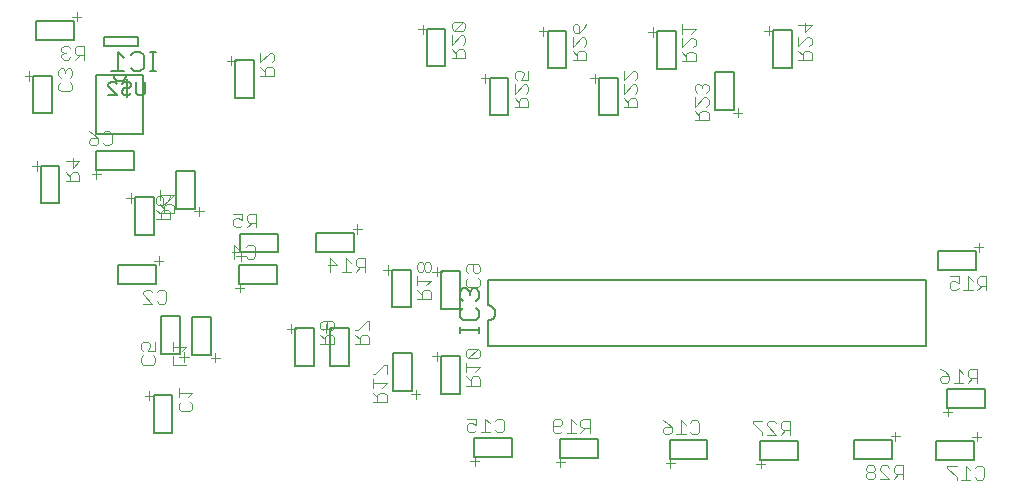
<source format=gbr>
G04 EAGLE Gerber RS-274X export*
G75*
%MOMM*%
%FSLAX34Y34*%
%LPD*%
%INSilkscreen Bottom*%
%IPPOS*%
%AMOC8*
5,1,8,0,0,1.08239X$1,22.5*%
G01*
%ADD10C,0.127000*%
%ADD11C,0.101600*%
%ADD12C,0.203200*%
%ADD13C,0.152400*%
%ADD14C,0.177800*%


D10*
X283000Y431500D02*
X267000Y431500D01*
X267000Y463500D01*
X283000Y463500D01*
X283000Y431500D01*
D11*
X263575Y459174D02*
X263575Y466970D01*
X267473Y463072D02*
X259677Y463072D01*
X297953Y457816D02*
X299902Y455867D01*
X299902Y451969D01*
X297953Y450020D01*
X290157Y450020D01*
X288208Y451969D01*
X288208Y455867D01*
X290157Y457816D01*
X296004Y461714D02*
X299902Y465612D01*
X288208Y465612D01*
X288208Y461714D02*
X288208Y469510D01*
D10*
X570500Y427000D02*
X570500Y411000D01*
X538500Y411000D01*
X538500Y427000D01*
X570500Y427000D01*
D11*
X542826Y407575D02*
X535030Y407575D01*
X538928Y411473D02*
X538928Y403677D01*
X555878Y441953D02*
X557827Y443902D01*
X561725Y443902D01*
X563674Y441953D01*
X563674Y434157D01*
X561725Y432208D01*
X557827Y432208D01*
X555878Y434157D01*
X551980Y440004D02*
X548082Y443902D01*
X548082Y432208D01*
X551980Y432208D02*
X544184Y432208D01*
X540286Y443902D02*
X532490Y443902D01*
X540286Y443902D02*
X540286Y438055D01*
X536388Y440004D01*
X534439Y440004D01*
X532490Y438055D01*
X532490Y434157D01*
X534439Y432208D01*
X538337Y432208D01*
X540286Y434157D01*
D10*
X736000Y425500D02*
X736000Y409500D01*
X704000Y409500D01*
X704000Y425500D01*
X736000Y425500D01*
D11*
X708326Y406075D02*
X700530Y406075D01*
X704428Y409973D02*
X704428Y402177D01*
X721378Y440453D02*
X723327Y442402D01*
X727225Y442402D01*
X729174Y440453D01*
X729174Y432657D01*
X727225Y430708D01*
X723327Y430708D01*
X721378Y432657D01*
X717480Y438504D02*
X713582Y442402D01*
X713582Y430708D01*
X717480Y430708D02*
X709684Y430708D01*
X701888Y440453D02*
X697990Y442402D01*
X701888Y440453D02*
X705786Y436555D01*
X705786Y432657D01*
X703837Y430708D01*
X699939Y430708D01*
X697990Y432657D01*
X697990Y434606D01*
X699939Y436555D01*
X705786Y436555D01*
D10*
X929500Y425000D02*
X929500Y409000D01*
X929500Y425000D02*
X961500Y425000D01*
X961500Y409000D01*
X929500Y409000D01*
D11*
X960056Y428435D02*
X967852Y428435D01*
X963954Y432333D02*
X963954Y424537D01*
X964545Y403802D02*
X962596Y401853D01*
X964545Y403802D02*
X968443Y403802D01*
X970392Y401853D01*
X970392Y394057D01*
X968443Y392108D01*
X964545Y392108D01*
X962596Y394057D01*
X958698Y399904D02*
X954800Y403802D01*
X954800Y392108D01*
X958698Y392108D02*
X950902Y392108D01*
X947004Y403802D02*
X939208Y403802D01*
X939208Y401853D01*
X947004Y394057D01*
X947004Y392108D01*
D10*
X236900Y558150D02*
X236900Y574150D01*
X268900Y574150D01*
X268900Y558150D01*
X236900Y558150D01*
D11*
X267456Y577585D02*
X275252Y577585D01*
X271354Y581483D02*
X271354Y573687D01*
X271945Y552952D02*
X269996Y551003D01*
X271945Y552952D02*
X275843Y552952D01*
X277792Y551003D01*
X277792Y543207D01*
X275843Y541258D01*
X271945Y541258D01*
X269996Y543207D01*
X266098Y541258D02*
X258302Y541258D01*
X266098Y541258D02*
X258302Y549054D01*
X258302Y551003D01*
X260251Y552952D01*
X264149Y552952D01*
X266098Y551003D01*
D10*
X181250Y702300D02*
X165250Y702300D01*
X165250Y734300D01*
X181250Y734300D01*
X181250Y702300D01*
D11*
X161825Y729974D02*
X161825Y737770D01*
X165723Y733872D02*
X157927Y733872D01*
X196203Y728616D02*
X198152Y726667D01*
X198152Y722769D01*
X196203Y720820D01*
X188407Y720820D01*
X186458Y722769D01*
X186458Y726667D01*
X188407Y728616D01*
X196203Y732514D02*
X198152Y734463D01*
X198152Y738361D01*
X196203Y740310D01*
X194254Y740310D01*
X192305Y738361D01*
X192305Y736412D01*
X192305Y738361D02*
X190356Y740310D01*
X188407Y740310D01*
X186458Y738361D01*
X186458Y734463D01*
X188407Y732514D01*
D10*
X371500Y574150D02*
X371500Y558150D01*
X339500Y558150D01*
X339500Y574150D01*
X371500Y574150D01*
D11*
X343826Y554725D02*
X336030Y554725D01*
X339928Y558623D02*
X339928Y550827D01*
X345184Y589103D02*
X347133Y591052D01*
X351031Y591052D01*
X352980Y589103D01*
X352980Y581307D01*
X351031Y579358D01*
X347133Y579358D01*
X345184Y581307D01*
X335439Y579358D02*
X335439Y591052D01*
X341286Y585205D01*
X333490Y585205D01*
D10*
X289400Y530350D02*
X273400Y530350D01*
X289400Y530350D02*
X289400Y498350D01*
X273400Y498350D01*
X273400Y530350D01*
D11*
X292835Y499794D02*
X292835Y491998D01*
X296733Y495896D02*
X288937Y495896D01*
X268202Y495305D02*
X266253Y497254D01*
X268202Y495305D02*
X268202Y491407D01*
X266253Y489458D01*
X258457Y489458D01*
X256508Y491407D01*
X256508Y495305D01*
X258457Y497254D01*
X268202Y501152D02*
X268202Y508948D01*
X268202Y501152D02*
X262355Y501152D01*
X264304Y505050D01*
X264304Y506999D01*
X262355Y508948D01*
X258457Y508948D01*
X256508Y506999D01*
X256508Y503101D01*
X258457Y501152D01*
D10*
X250200Y654150D02*
X250200Y670150D01*
X250200Y654150D02*
X218200Y654150D01*
X218200Y670150D01*
X250200Y670150D01*
D11*
X222526Y650725D02*
X214730Y650725D01*
X218628Y654623D02*
X218628Y646827D01*
X223884Y685103D02*
X225833Y687052D01*
X229731Y687052D01*
X231680Y685103D01*
X231680Y677307D01*
X229731Y675358D01*
X225833Y675358D01*
X223884Y677307D01*
X216088Y685103D02*
X212190Y687052D01*
X216088Y685103D02*
X219986Y681205D01*
X219986Y677307D01*
X218037Y675358D01*
X214139Y675358D01*
X212190Y677307D01*
X212190Y679256D01*
X214139Y681205D01*
X219986Y681205D01*
D10*
X510500Y536500D02*
X526500Y536500D01*
X510500Y536500D02*
X510500Y568500D01*
X526500Y568500D01*
X526500Y536500D01*
D11*
X507075Y564174D02*
X507075Y571970D01*
X510973Y568072D02*
X503177Y568072D01*
X541453Y562816D02*
X543402Y560867D01*
X543402Y556969D01*
X541453Y555020D01*
X533657Y555020D01*
X531708Y556969D01*
X531708Y560867D01*
X533657Y562816D01*
X533657Y566714D02*
X531708Y568663D01*
X531708Y572561D01*
X533657Y574510D01*
X541453Y574510D01*
X543402Y572561D01*
X543402Y568663D01*
X541453Y566714D01*
X539504Y566714D01*
X537555Y568663D01*
X537555Y574510D01*
D12*
X243580Y734493D02*
X243578Y734352D01*
X243572Y734211D01*
X243562Y734070D01*
X243549Y733929D01*
X243531Y733789D01*
X243509Y733650D01*
X243484Y733511D01*
X243455Y733372D01*
X243422Y733235D01*
X243385Y733099D01*
X243344Y732964D01*
X243300Y732829D01*
X243252Y732697D01*
X243200Y732565D01*
X243145Y732435D01*
X243086Y732307D01*
X243023Y732180D01*
X242957Y732056D01*
X242888Y731933D01*
X242815Y731812D01*
X242739Y731693D01*
X242659Y731576D01*
X242576Y731462D01*
X242491Y731349D01*
X242402Y731240D01*
X242310Y731132D01*
X242215Y731028D01*
X242117Y730926D01*
X242016Y730827D01*
X241913Y730730D01*
X241807Y730637D01*
X241699Y730547D01*
X241588Y730459D01*
X241475Y730375D01*
X241359Y730294D01*
X241241Y730216D01*
X241121Y730141D01*
X240999Y730070D01*
X240875Y730002D01*
X240749Y729938D01*
X240622Y729877D01*
X240493Y729820D01*
X240362Y729767D01*
X240230Y729717D01*
X240097Y729670D01*
X239962Y729628D01*
X239826Y729589D01*
X239689Y729554D01*
X239552Y729523D01*
X239413Y729496D01*
X239274Y729472D01*
X239134Y729453D01*
X238994Y729437D01*
X238853Y729425D01*
X238712Y729417D01*
X238571Y729413D01*
X238429Y729413D01*
X238288Y729417D01*
X238147Y729425D01*
X238006Y729437D01*
X237866Y729453D01*
X237726Y729472D01*
X237587Y729496D01*
X237448Y729523D01*
X237311Y729554D01*
X237174Y729589D01*
X237038Y729628D01*
X236903Y729670D01*
X236770Y729717D01*
X236638Y729767D01*
X236507Y729820D01*
X236378Y729877D01*
X236251Y729938D01*
X236125Y730002D01*
X236001Y730070D01*
X235879Y730141D01*
X235759Y730216D01*
X235641Y730294D01*
X235525Y730375D01*
X235412Y730459D01*
X235301Y730547D01*
X235193Y730637D01*
X235087Y730730D01*
X234984Y730827D01*
X234883Y730926D01*
X234785Y731028D01*
X234690Y731132D01*
X234598Y731240D01*
X234509Y731349D01*
X234424Y731462D01*
X234341Y731576D01*
X234261Y731693D01*
X234185Y731812D01*
X234112Y731933D01*
X234043Y732056D01*
X233977Y732180D01*
X233914Y732307D01*
X233855Y732435D01*
X233800Y732565D01*
X233748Y732697D01*
X233700Y732829D01*
X233656Y732964D01*
X233615Y733099D01*
X233578Y733235D01*
X233545Y733372D01*
X233516Y733511D01*
X233491Y733650D01*
X233469Y733789D01*
X233451Y733929D01*
X233438Y734070D01*
X233428Y734211D01*
X233422Y734352D01*
X233420Y734493D01*
X218587Y684507D02*
X258413Y684507D01*
X218587Y684507D02*
X218587Y734493D01*
X258413Y734493D01*
X258413Y684507D01*
D13*
X264065Y738202D02*
X269488Y738202D01*
X266776Y738202D02*
X266776Y754472D01*
X264065Y754472D02*
X269488Y754472D01*
X250439Y754472D02*
X247727Y751760D01*
X250439Y754472D02*
X255862Y754472D01*
X258574Y751760D01*
X258574Y740914D01*
X255862Y738202D01*
X250439Y738202D01*
X247727Y740914D01*
X242202Y749049D02*
X236779Y754472D01*
X236779Y738202D01*
X242202Y738202D02*
X231355Y738202D01*
X550080Y561440D02*
X550080Y539850D01*
X550238Y539848D01*
X550397Y539842D01*
X550555Y539832D01*
X550712Y539818D01*
X550870Y539801D01*
X551026Y539779D01*
X551183Y539754D01*
X551338Y539724D01*
X551493Y539691D01*
X551647Y539654D01*
X551800Y539613D01*
X551952Y539568D01*
X552102Y539519D01*
X552252Y539467D01*
X552400Y539411D01*
X552547Y539351D01*
X552692Y539288D01*
X552835Y539221D01*
X552977Y539151D01*
X553117Y539077D01*
X553255Y538999D01*
X553391Y538918D01*
X553525Y538834D01*
X553657Y538747D01*
X553787Y538656D01*
X553914Y538562D01*
X554039Y538465D01*
X554162Y538364D01*
X554282Y538261D01*
X554399Y538155D01*
X554514Y538046D01*
X554626Y537934D01*
X554735Y537819D01*
X554841Y537702D01*
X554944Y537582D01*
X555045Y537459D01*
X555142Y537334D01*
X555236Y537207D01*
X555327Y537077D01*
X555414Y536945D01*
X555498Y536811D01*
X555579Y536675D01*
X555657Y536537D01*
X555731Y536397D01*
X555801Y536255D01*
X555868Y536112D01*
X555931Y535967D01*
X555991Y535820D01*
X556047Y535672D01*
X556099Y535522D01*
X556148Y535372D01*
X556193Y535220D01*
X556234Y535067D01*
X556271Y534913D01*
X556304Y534758D01*
X556334Y534603D01*
X556359Y534446D01*
X556381Y534290D01*
X556398Y534132D01*
X556412Y533975D01*
X556422Y533817D01*
X556428Y533658D01*
X556430Y533500D01*
X556428Y533342D01*
X556422Y533183D01*
X556412Y533025D01*
X556398Y532868D01*
X556381Y532710D01*
X556359Y532554D01*
X556334Y532397D01*
X556304Y532242D01*
X556271Y532087D01*
X556234Y531933D01*
X556193Y531780D01*
X556148Y531628D01*
X556099Y531478D01*
X556047Y531328D01*
X555991Y531180D01*
X555931Y531033D01*
X555868Y530888D01*
X555801Y530745D01*
X555731Y530603D01*
X555657Y530463D01*
X555579Y530325D01*
X555498Y530189D01*
X555414Y530055D01*
X555327Y529923D01*
X555236Y529793D01*
X555142Y529666D01*
X555045Y529541D01*
X554944Y529418D01*
X554841Y529298D01*
X554735Y529181D01*
X554626Y529066D01*
X554514Y528954D01*
X554399Y528845D01*
X554282Y528739D01*
X554162Y528636D01*
X554039Y528535D01*
X553914Y528438D01*
X553787Y528344D01*
X553657Y528253D01*
X553525Y528166D01*
X553391Y528082D01*
X553255Y528001D01*
X553117Y527923D01*
X552977Y527849D01*
X552835Y527779D01*
X552692Y527712D01*
X552547Y527649D01*
X552400Y527589D01*
X552252Y527533D01*
X552102Y527481D01*
X551952Y527432D01*
X551800Y527387D01*
X551647Y527346D01*
X551493Y527309D01*
X551338Y527276D01*
X551183Y527246D01*
X551026Y527221D01*
X550870Y527199D01*
X550712Y527182D01*
X550555Y527168D01*
X550397Y527158D01*
X550238Y527152D01*
X550080Y527150D01*
X550080Y561440D02*
X920920Y561440D01*
X550080Y527150D02*
X550080Y505560D01*
X920920Y505560D01*
X920920Y561440D01*
D14*
X526585Y521470D02*
X526585Y516131D01*
X526585Y518801D02*
X542601Y518801D01*
X542601Y521470D02*
X542601Y516131D01*
X542601Y535054D02*
X539931Y537723D01*
X542601Y535054D02*
X542601Y529715D01*
X539931Y527046D01*
X529254Y527046D01*
X526585Y529715D01*
X526585Y535054D01*
X529254Y537723D01*
X539931Y543417D02*
X542601Y546087D01*
X542601Y551425D01*
X539931Y554095D01*
X537262Y554095D01*
X534593Y551425D01*
X534593Y548756D01*
X534593Y551425D02*
X531924Y554095D01*
X529254Y554095D01*
X526585Y551425D01*
X526585Y546087D01*
X529254Y543417D01*
D10*
X316000Y530000D02*
X300000Y530000D01*
X316000Y530000D02*
X316000Y498000D01*
X300000Y498000D01*
X300000Y530000D01*
D11*
X319435Y499444D02*
X319435Y491648D01*
X323333Y495546D02*
X315537Y495546D01*
X294802Y489108D02*
X283108Y489108D01*
X283108Y496904D01*
X290904Y500802D02*
X294802Y504700D01*
X283108Y504700D01*
X283108Y500802D02*
X283108Y508598D01*
D10*
X267100Y599100D02*
X251100Y599100D01*
X251100Y631100D01*
X267100Y631100D01*
X267100Y599100D01*
D11*
X247675Y626774D02*
X247675Y634570D01*
X251573Y630672D02*
X243777Y630672D01*
X272308Y617620D02*
X284002Y617620D01*
X284002Y623467D01*
X282053Y625416D01*
X278155Y625416D01*
X276206Y623467D01*
X276206Y617620D01*
X276206Y621518D02*
X272308Y625416D01*
X280104Y629314D02*
X284002Y633212D01*
X272308Y633212D01*
X272308Y629314D02*
X272308Y637110D01*
D10*
X510500Y465000D02*
X526500Y465000D01*
X510500Y465000D02*
X510500Y497000D01*
X526500Y497000D01*
X526500Y465000D01*
D11*
X507075Y492674D02*
X507075Y500470D01*
X510973Y496572D02*
X503177Y496572D01*
X531708Y471826D02*
X543402Y471826D01*
X543402Y477673D01*
X541453Y479622D01*
X537555Y479622D01*
X535606Y477673D01*
X535606Y471826D01*
X535606Y475724D02*
X531708Y479622D01*
X539504Y483520D02*
X543402Y487418D01*
X531708Y487418D01*
X531708Y483520D02*
X531708Y491316D01*
X533657Y495214D02*
X541453Y495214D01*
X543402Y497163D01*
X543402Y501061D01*
X541453Y503010D01*
X533657Y503010D01*
X531708Y501061D01*
X531708Y497163D01*
X533657Y495214D01*
X541453Y503010D01*
D10*
X405000Y585000D02*
X405000Y601000D01*
X437000Y601000D01*
X437000Y585000D01*
X405000Y585000D01*
D11*
X435556Y604435D02*
X443352Y604435D01*
X439454Y608333D02*
X439454Y600537D01*
X445892Y579802D02*
X445892Y568108D01*
X445892Y579802D02*
X440045Y579802D01*
X438096Y577853D01*
X438096Y573955D01*
X440045Y572006D01*
X445892Y572006D01*
X441994Y572006D02*
X438096Y568108D01*
X434198Y575904D02*
X430300Y579802D01*
X430300Y568108D01*
X434198Y568108D02*
X426402Y568108D01*
X416657Y568108D02*
X416657Y579802D01*
X422504Y573955D01*
X414708Y573955D01*
D10*
X931300Y569400D02*
X931300Y585400D01*
X963300Y585400D01*
X963300Y569400D01*
X931300Y569400D01*
D11*
X961856Y588835D02*
X969652Y588835D01*
X965754Y592733D02*
X965754Y584937D01*
X972192Y564202D02*
X972192Y552508D01*
X972192Y564202D02*
X966345Y564202D01*
X964396Y562253D01*
X964396Y558355D01*
X966345Y556406D01*
X972192Y556406D01*
X968294Y556406D02*
X964396Y552508D01*
X960498Y560304D02*
X956600Y564202D01*
X956600Y552508D01*
X960498Y552508D02*
X952702Y552508D01*
X948804Y564202D02*
X941008Y564202D01*
X948804Y564202D02*
X948804Y558355D01*
X944906Y560304D01*
X942957Y560304D01*
X941008Y558355D01*
X941008Y554457D01*
X942957Y552508D01*
X946855Y552508D01*
X948804Y554457D01*
D10*
X971000Y469000D02*
X971000Y453000D01*
X939000Y453000D01*
X939000Y469000D01*
X971000Y469000D01*
D11*
X943326Y449575D02*
X935530Y449575D01*
X939428Y453473D02*
X939428Y445677D01*
X964174Y474208D02*
X964174Y485902D01*
X958327Y485902D01*
X956378Y483953D01*
X956378Y480055D01*
X958327Y478106D01*
X964174Y478106D01*
X960276Y478106D02*
X956378Y474208D01*
X952480Y482004D02*
X948582Y485902D01*
X948582Y474208D01*
X952480Y474208D02*
X944684Y474208D01*
X936888Y483953D02*
X932990Y485902D01*
X936888Y483953D02*
X940786Y480055D01*
X940786Y476157D01*
X938837Y474208D01*
X934939Y474208D01*
X932990Y476157D01*
X932990Y478106D01*
X934939Y480055D01*
X940786Y480055D01*
D10*
X485500Y499000D02*
X469500Y499000D01*
X485500Y499000D02*
X485500Y467000D01*
X469500Y467000D01*
X469500Y499000D01*
D11*
X488935Y468444D02*
X488935Y460648D01*
X492833Y464546D02*
X485037Y464546D01*
X464302Y458108D02*
X452608Y458108D01*
X464302Y458108D02*
X464302Y463955D01*
X462353Y465904D01*
X458455Y465904D01*
X456506Y463955D01*
X456506Y458108D01*
X456506Y462006D02*
X452608Y465904D01*
X460404Y469802D02*
X464302Y473700D01*
X452608Y473700D01*
X452608Y469802D02*
X452608Y477598D01*
X464302Y481496D02*
X464302Y489292D01*
X462353Y489292D01*
X454557Y481496D01*
X452608Y481496D01*
D10*
X469000Y538000D02*
X485000Y538000D01*
X469000Y538000D02*
X469000Y570000D01*
X485000Y570000D01*
X485000Y538000D01*
D11*
X465575Y565674D02*
X465575Y573470D01*
X469473Y569572D02*
X461677Y569572D01*
X490208Y544826D02*
X501902Y544826D01*
X501902Y550673D01*
X499953Y552622D01*
X496055Y552622D01*
X494106Y550673D01*
X494106Y544826D01*
X494106Y548724D02*
X490208Y552622D01*
X498004Y556520D02*
X501902Y560418D01*
X490208Y560418D01*
X490208Y556520D02*
X490208Y564316D01*
X499953Y568214D02*
X501902Y570163D01*
X501902Y574061D01*
X499953Y576010D01*
X498004Y576010D01*
X496055Y574061D01*
X494106Y576010D01*
X492157Y576010D01*
X490208Y574061D01*
X490208Y570163D01*
X492157Y568214D01*
X494106Y568214D01*
X496055Y570163D01*
X498004Y568214D01*
X499953Y568214D01*
X496055Y570163D02*
X496055Y574061D01*
D10*
X643000Y426500D02*
X643000Y410500D01*
X611000Y410500D01*
X611000Y426500D01*
X643000Y426500D01*
D11*
X615326Y407075D02*
X607530Y407075D01*
X611428Y410973D02*
X611428Y403177D01*
X636174Y431708D02*
X636174Y443402D01*
X630327Y443402D01*
X628378Y441453D01*
X628378Y437555D01*
X630327Y435606D01*
X636174Y435606D01*
X632276Y435606D02*
X628378Y431708D01*
X624480Y439504D02*
X620582Y443402D01*
X620582Y431708D01*
X624480Y431708D02*
X616684Y431708D01*
X612786Y433657D02*
X610837Y431708D01*
X606939Y431708D01*
X604990Y433657D01*
X604990Y441453D01*
X606939Y443402D01*
X610837Y443402D01*
X612786Y441453D01*
X612786Y439504D01*
X610837Y437555D01*
X604990Y437555D01*
D10*
X352300Y715200D02*
X336300Y715200D01*
X336300Y747200D01*
X352300Y747200D01*
X352300Y715200D01*
D11*
X332875Y742874D02*
X332875Y750670D01*
X336773Y746772D02*
X328977Y746772D01*
X357508Y733720D02*
X369202Y733720D01*
X369202Y739567D01*
X367253Y741516D01*
X363355Y741516D01*
X361406Y739567D01*
X361406Y733720D01*
X361406Y737618D02*
X357508Y741516D01*
X357508Y745414D02*
X357508Y753210D01*
X357508Y745414D02*
X365304Y753210D01*
X367253Y753210D01*
X369202Y751261D01*
X369202Y747363D01*
X367253Y745414D01*
D10*
X498200Y741950D02*
X514200Y741950D01*
X498200Y741950D02*
X498200Y773950D01*
X514200Y773950D01*
X514200Y741950D01*
D11*
X494775Y769624D02*
X494775Y777420D01*
X498673Y773522D02*
X490877Y773522D01*
X519408Y748776D02*
X531102Y748776D01*
X531102Y754623D01*
X529153Y756572D01*
X525255Y756572D01*
X523306Y754623D01*
X523306Y748776D01*
X523306Y752674D02*
X519408Y756572D01*
X519408Y760470D02*
X519408Y768266D01*
X519408Y760470D02*
X527204Y768266D01*
X529153Y768266D01*
X531102Y766317D01*
X531102Y762419D01*
X529153Y760470D01*
X529153Y772164D02*
X521357Y772164D01*
X529153Y772164D02*
X531102Y774113D01*
X531102Y778011D01*
X529153Y779960D01*
X521357Y779960D01*
X519408Y778011D01*
X519408Y774113D01*
X521357Y772164D01*
X529153Y779960D01*
D10*
X693150Y739650D02*
X709150Y739650D01*
X693150Y739650D02*
X693150Y771650D01*
X709150Y771650D01*
X709150Y739650D01*
D11*
X689725Y767324D02*
X689725Y775120D01*
X693623Y771222D02*
X685827Y771222D01*
X714358Y746476D02*
X726052Y746476D01*
X726052Y752323D01*
X724103Y754272D01*
X720205Y754272D01*
X718256Y752323D01*
X718256Y746476D01*
X718256Y750374D02*
X714358Y754272D01*
X714358Y758170D02*
X714358Y765966D01*
X714358Y758170D02*
X722154Y765966D01*
X724103Y765966D01*
X726052Y764017D01*
X726052Y760119D01*
X724103Y758170D01*
X722154Y769864D02*
X726052Y773762D01*
X714358Y773762D01*
X714358Y769864D02*
X714358Y777660D01*
D10*
X659850Y700450D02*
X643850Y700450D01*
X643850Y732450D01*
X659850Y732450D01*
X659850Y700450D01*
D11*
X640425Y728124D02*
X640425Y735920D01*
X644323Y732022D02*
X636527Y732022D01*
X665058Y707276D02*
X676752Y707276D01*
X676752Y713123D01*
X674803Y715072D01*
X670905Y715072D01*
X668956Y713123D01*
X668956Y707276D01*
X668956Y711174D02*
X665058Y715072D01*
X665058Y718970D02*
X665058Y726766D01*
X665058Y718970D02*
X672854Y726766D01*
X674803Y726766D01*
X676752Y724817D01*
X676752Y720919D01*
X674803Y718970D01*
X665058Y730664D02*
X665058Y738460D01*
X665058Y730664D02*
X672854Y738460D01*
X674803Y738460D01*
X676752Y736511D01*
X676752Y732613D01*
X674803Y730664D01*
D10*
X742150Y737200D02*
X758150Y737200D01*
X758150Y705200D01*
X742150Y705200D01*
X742150Y737200D01*
D11*
X761585Y706644D02*
X761585Y698848D01*
X765483Y702746D02*
X757687Y702746D01*
X736952Y696308D02*
X725258Y696308D01*
X736952Y696308D02*
X736952Y702155D01*
X735003Y704104D01*
X731105Y704104D01*
X729156Y702155D01*
X729156Y696308D01*
X729156Y700206D02*
X725258Y704104D01*
X725258Y708002D02*
X725258Y715798D01*
X725258Y708002D02*
X733054Y715798D01*
X735003Y715798D01*
X736952Y713849D01*
X736952Y709951D01*
X735003Y708002D01*
X735003Y719696D02*
X736952Y721645D01*
X736952Y725543D01*
X735003Y727492D01*
X733054Y727492D01*
X731105Y725543D01*
X731105Y723594D01*
X731105Y725543D02*
X729156Y727492D01*
X727207Y727492D01*
X725258Y725543D01*
X725258Y721645D01*
X727207Y719696D01*
D10*
X791400Y740750D02*
X807400Y740750D01*
X791400Y740750D02*
X791400Y772750D01*
X807400Y772750D01*
X807400Y740750D01*
D11*
X787975Y768424D02*
X787975Y776220D01*
X791873Y772322D02*
X784077Y772322D01*
X812608Y747576D02*
X824302Y747576D01*
X824302Y753423D01*
X822353Y755372D01*
X818455Y755372D01*
X816506Y753423D01*
X816506Y747576D01*
X816506Y751474D02*
X812608Y755372D01*
X812608Y759270D02*
X812608Y767066D01*
X812608Y759270D02*
X820404Y767066D01*
X822353Y767066D01*
X824302Y765117D01*
X824302Y761219D01*
X822353Y759270D01*
X824302Y776811D02*
X812608Y776811D01*
X818455Y770964D02*
X824302Y776811D01*
X818455Y778760D02*
X818455Y770964D01*
D10*
X567500Y700450D02*
X551500Y700450D01*
X551500Y732450D01*
X567500Y732450D01*
X567500Y700450D01*
D11*
X548075Y728124D02*
X548075Y735920D01*
X551973Y732022D02*
X544177Y732022D01*
X572708Y707276D02*
X584402Y707276D01*
X584402Y713123D01*
X582453Y715072D01*
X578555Y715072D01*
X576606Y713123D01*
X576606Y707276D01*
X576606Y711174D02*
X572708Y715072D01*
X572708Y718970D02*
X572708Y726766D01*
X572708Y718970D02*
X580504Y726766D01*
X582453Y726766D01*
X584402Y724817D01*
X584402Y720919D01*
X582453Y718970D01*
X584402Y730664D02*
X584402Y738460D01*
X584402Y730664D02*
X578555Y730664D01*
X580504Y734562D01*
X580504Y736511D01*
X578555Y738460D01*
X574657Y738460D01*
X572708Y736511D01*
X572708Y732613D01*
X574657Y730664D01*
D10*
X600600Y740300D02*
X616600Y740300D01*
X600600Y740300D02*
X600600Y772300D01*
X616600Y772300D01*
X616600Y740300D01*
D11*
X597175Y767974D02*
X597175Y775770D01*
X601073Y771872D02*
X593277Y771872D01*
X621808Y747126D02*
X633502Y747126D01*
X633502Y752973D01*
X631553Y754922D01*
X627655Y754922D01*
X625706Y752973D01*
X625706Y747126D01*
X625706Y751024D02*
X621808Y754922D01*
X621808Y758820D02*
X621808Y766616D01*
X621808Y758820D02*
X629604Y766616D01*
X631553Y766616D01*
X633502Y764667D01*
X633502Y760769D01*
X631553Y758820D01*
X631553Y774412D02*
X633502Y778310D01*
X631553Y774412D02*
X627655Y770514D01*
X623757Y770514D01*
X621808Y772463D01*
X621808Y776361D01*
X623757Y778310D01*
X625706Y778310D01*
X627655Y776361D01*
X627655Y770514D01*
D10*
X812500Y425000D02*
X812500Y409000D01*
X780500Y409000D01*
X780500Y425000D01*
X812500Y425000D01*
D11*
X784826Y405575D02*
X777030Y405575D01*
X780928Y409473D02*
X780928Y401677D01*
X805674Y430208D02*
X805674Y441902D01*
X799827Y441902D01*
X797878Y439953D01*
X797878Y436055D01*
X799827Y434106D01*
X805674Y434106D01*
X801776Y434106D02*
X797878Y430208D01*
X793980Y430208D02*
X786184Y430208D01*
X793980Y430208D02*
X786184Y438004D01*
X786184Y439953D01*
X788133Y441902D01*
X792031Y441902D01*
X793980Y439953D01*
X782286Y441902D02*
X774490Y441902D01*
X774490Y439953D01*
X782286Y432157D01*
X782286Y430208D01*
D10*
X860500Y425500D02*
X860500Y409500D01*
X860500Y425500D02*
X892500Y425500D01*
X892500Y409500D01*
X860500Y409500D01*
D11*
X891056Y428935D02*
X898852Y428935D01*
X894954Y432833D02*
X894954Y425037D01*
X901392Y404302D02*
X901392Y392608D01*
X901392Y404302D02*
X895545Y404302D01*
X893596Y402353D01*
X893596Y398455D01*
X895545Y396506D01*
X901392Y396506D01*
X897494Y396506D02*
X893596Y392608D01*
X889698Y392608D02*
X881902Y392608D01*
X889698Y392608D02*
X881902Y400404D01*
X881902Y402353D01*
X883851Y404302D01*
X887749Y404302D01*
X889698Y402353D01*
X878004Y402353D02*
X876055Y404302D01*
X872157Y404302D01*
X870208Y402353D01*
X870208Y400404D01*
X872157Y398455D01*
X870208Y396506D01*
X870208Y394557D01*
X872157Y392608D01*
X876055Y392608D01*
X878004Y394557D01*
X878004Y396506D01*
X876055Y398455D01*
X878004Y400404D01*
X878004Y402353D01*
X876055Y398455D02*
X872157Y398455D01*
D10*
X167500Y764500D02*
X167500Y780500D01*
X199500Y780500D01*
X199500Y764500D01*
X167500Y764500D01*
D11*
X198056Y783935D02*
X205852Y783935D01*
X201954Y787833D02*
X201954Y780037D01*
X208392Y759302D02*
X208392Y747608D01*
X208392Y759302D02*
X202545Y759302D01*
X200596Y757353D01*
X200596Y753455D01*
X202545Y751506D01*
X208392Y751506D01*
X204494Y751506D02*
X200596Y747608D01*
X196698Y757353D02*
X194749Y759302D01*
X190851Y759302D01*
X188902Y757353D01*
X188902Y755404D01*
X190851Y753455D01*
X192800Y753455D01*
X190851Y753455D02*
X188902Y751506D01*
X188902Y749557D01*
X190851Y747608D01*
X194749Y747608D01*
X196698Y749557D01*
D10*
X187400Y626100D02*
X171400Y626100D01*
X171400Y658100D01*
X187400Y658100D01*
X187400Y626100D01*
D11*
X167975Y653774D02*
X167975Y661570D01*
X171873Y657672D02*
X164077Y657672D01*
X192608Y644620D02*
X204302Y644620D01*
X204302Y650467D01*
X202353Y652416D01*
X198455Y652416D01*
X196506Y650467D01*
X196506Y644620D01*
X196506Y648518D02*
X192608Y652416D01*
X192608Y662161D02*
X204302Y662161D01*
X198455Y656314D01*
X198455Y664110D01*
D10*
X372500Y600500D02*
X372500Y584500D01*
X340500Y584500D01*
X340500Y600500D01*
X372500Y600500D01*
D11*
X344826Y581075D02*
X337030Y581075D01*
X340928Y584973D02*
X340928Y577177D01*
X353980Y605708D02*
X353980Y617402D01*
X348133Y617402D01*
X346184Y615453D01*
X346184Y611555D01*
X348133Y609606D01*
X353980Y609606D01*
X350082Y609606D02*
X346184Y605708D01*
X342286Y617402D02*
X334490Y617402D01*
X342286Y617402D02*
X342286Y611555D01*
X338388Y613504D01*
X336439Y613504D01*
X334490Y611555D01*
X334490Y607657D01*
X336439Y605708D01*
X340337Y605708D01*
X342286Y607657D01*
D10*
X302050Y653700D02*
X286050Y653700D01*
X302050Y653700D02*
X302050Y621700D01*
X286050Y621700D01*
X286050Y653700D01*
D11*
X305485Y623144D02*
X305485Y615348D01*
X309383Y619246D02*
X301587Y619246D01*
X280852Y612808D02*
X269158Y612808D01*
X280852Y612808D02*
X280852Y618655D01*
X278903Y620604D01*
X275005Y620604D01*
X273056Y618655D01*
X273056Y612808D01*
X273056Y616706D02*
X269158Y620604D01*
X278903Y628400D02*
X280852Y632298D01*
X278903Y628400D02*
X275005Y624502D01*
X271107Y624502D01*
X269158Y626451D01*
X269158Y630349D01*
X271107Y632298D01*
X273056Y632298D01*
X275005Y630349D01*
X275005Y624502D01*
D10*
X416600Y488400D02*
X432600Y488400D01*
X416600Y488400D02*
X416600Y520400D01*
X432600Y520400D01*
X432600Y488400D01*
D11*
X413175Y516074D02*
X413175Y523870D01*
X417073Y519972D02*
X409277Y519972D01*
X437808Y506920D02*
X449502Y506920D01*
X449502Y512767D01*
X447553Y514716D01*
X443655Y514716D01*
X441706Y512767D01*
X441706Y506920D01*
X441706Y510818D02*
X437808Y514716D01*
X449502Y518614D02*
X449502Y526410D01*
X447553Y526410D01*
X439757Y518614D01*
X437808Y518614D01*
D10*
X403000Y488500D02*
X387000Y488500D01*
X387000Y520500D01*
X403000Y520500D01*
X403000Y488500D01*
D11*
X383575Y516174D02*
X383575Y523970D01*
X387473Y520072D02*
X379677Y520072D01*
X408208Y507020D02*
X419902Y507020D01*
X419902Y512867D01*
X417953Y514816D01*
X414055Y514816D01*
X412106Y512867D01*
X412106Y507020D01*
X412106Y510918D02*
X408208Y514816D01*
X410157Y518714D02*
X408208Y520663D01*
X408208Y524561D01*
X410157Y526510D01*
X417953Y526510D01*
X419902Y524561D01*
X419902Y520663D01*
X417953Y518714D01*
X416004Y518714D01*
X414055Y520663D01*
X414055Y526510D01*
D13*
X254082Y759040D02*
X225126Y759040D01*
X254082Y759040D02*
X254082Y766660D01*
X225126Y766660D01*
X225126Y759040D01*
D10*
X259827Y729205D02*
X259827Y719672D01*
X257920Y717765D01*
X254107Y717765D01*
X252200Y719672D01*
X252200Y729205D01*
X248133Y719672D02*
X246226Y717765D01*
X242413Y717765D01*
X240507Y719672D01*
X240507Y721578D01*
X242413Y723485D01*
X246226Y723485D01*
X248133Y725392D01*
X248133Y727298D01*
X246226Y729205D01*
X242413Y729205D01*
X240507Y727298D01*
X244320Y731111D02*
X244320Y715858D01*
X236439Y717765D02*
X228813Y717765D01*
X236439Y717765D02*
X228813Y725392D01*
X228813Y727298D01*
X230719Y729205D01*
X234532Y729205D01*
X236439Y727298D01*
M02*

</source>
